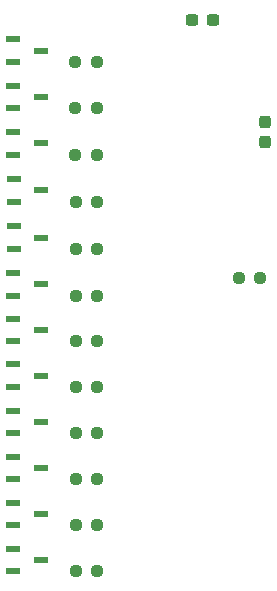
<source format=gbp>
%TF.GenerationSoftware,KiCad,Pcbnew,(6.0.11)*%
%TF.CreationDate,2023-07-31T18:46:05+10:00*%
%TF.ProjectId,LVBMS_A_Sample_R2,4c56424d-535f-4415-9f53-616d706c655f,1*%
%TF.SameCoordinates,Original*%
%TF.FileFunction,Paste,Bot*%
%TF.FilePolarity,Positive*%
%FSLAX46Y46*%
G04 Gerber Fmt 4.6, Leading zero omitted, Abs format (unit mm)*
G04 Created by KiCad (PCBNEW (6.0.11)) date 2023-07-31 18:46:05*
%MOMM*%
%LPD*%
G01*
G04 APERTURE LIST*
G04 Aperture macros list*
%AMRoundRect*
0 Rectangle with rounded corners*
0 $1 Rounding radius*
0 $2 $3 $4 $5 $6 $7 $8 $9 X,Y pos of 4 corners*
0 Add a 4 corners polygon primitive as box body*
4,1,4,$2,$3,$4,$5,$6,$7,$8,$9,$2,$3,0*
0 Add four circle primitives for the rounded corners*
1,1,$1+$1,$2,$3*
1,1,$1+$1,$4,$5*
1,1,$1+$1,$6,$7*
1,1,$1+$1,$8,$9*
0 Add four rect primitives between the rounded corners*
20,1,$1+$1,$2,$3,$4,$5,0*
20,1,$1+$1,$4,$5,$6,$7,0*
20,1,$1+$1,$6,$7,$8,$9,0*
20,1,$1+$1,$8,$9,$2,$3,0*%
G04 Aperture macros list end*
%ADD10R,1.150000X0.600000*%
%ADD11RoundRect,0.237500X0.250000X0.237500X-0.250000X0.237500X-0.250000X-0.237500X0.250000X-0.237500X0*%
%ADD12RoundRect,0.237500X-0.300000X-0.237500X0.300000X-0.237500X0.300000X0.237500X-0.300000X0.237500X0*%
%ADD13RoundRect,0.237500X0.237500X-0.300000X0.237500X0.300000X-0.237500X0.300000X-0.237500X-0.300000X0*%
G04 APERTURE END LIST*
D10*
%TO.C,Q14*%
X132308600Y-114498200D03*
X132308600Y-112598200D03*
X134608600Y-113548200D03*
%TD*%
D11*
%TO.C,R25*%
X139400300Y-102814200D03*
X137575300Y-102814200D03*
%TD*%
%TO.C,R22*%
X139400300Y-91155600D03*
X137575300Y-91155600D03*
%TD*%
%TO.C,R18*%
X139409100Y-83205400D03*
X137584100Y-83205400D03*
%TD*%
D10*
%TO.C,Q3*%
X132301600Y-71358800D03*
X132301600Y-69458800D03*
X134601600Y-70408800D03*
%TD*%
%TO.C,Q6*%
X132317400Y-83205400D03*
X132317400Y-81305400D03*
X134617400Y-82255400D03*
%TD*%
D11*
%TO.C,R16*%
X139369700Y-79217600D03*
X137544700Y-79217600D03*
%TD*%
%TO.C,R14*%
X139367900Y-75306000D03*
X137542900Y-75306000D03*
%TD*%
D10*
%TO.C,Q11*%
X132308600Y-102814200D03*
X132308600Y-100914200D03*
X134608600Y-101864200D03*
%TD*%
D11*
%TO.C,R27*%
X139400300Y-110586600D03*
X137575300Y-110586600D03*
%TD*%
D10*
%TO.C,Q13*%
X132308600Y-110586600D03*
X132308600Y-108686600D03*
X134608600Y-109636600D03*
%TD*%
D11*
%TO.C,R20*%
X139418700Y-87172800D03*
X137593700Y-87172800D03*
%TD*%
D10*
%TO.C,Q8*%
X132308600Y-91155600D03*
X132308600Y-89255600D03*
X134608600Y-90205600D03*
%TD*%
%TO.C,Q7*%
X132327000Y-87193200D03*
X132327000Y-85293200D03*
X134627000Y-86243200D03*
%TD*%
D11*
%TO.C,R24*%
X139400300Y-98877200D03*
X137575300Y-98877200D03*
%TD*%
%TO.C,R28*%
X139400300Y-114498200D03*
X137575300Y-114498200D03*
%TD*%
D12*
%TO.C,C18*%
X147448100Y-67792600D03*
X149173100Y-67792600D03*
%TD*%
D13*
%TO.C,C1*%
X153593800Y-78180100D03*
X153593800Y-76455100D03*
%TD*%
D10*
%TO.C,Q4*%
X132301600Y-75306000D03*
X132301600Y-73406000D03*
X134601600Y-74356000D03*
%TD*%
D11*
%TO.C,R9*%
X153219600Y-89651400D03*
X151394600Y-89651400D03*
%TD*%
D10*
%TO.C,Q10*%
X132308600Y-98877200D03*
X132308600Y-96977200D03*
X134608600Y-97927200D03*
%TD*%
D11*
%TO.C,R23*%
X139400300Y-95016400D03*
X137575300Y-95016400D03*
%TD*%
D10*
%TO.C,Q5*%
X132303400Y-79217600D03*
X132303400Y-77317600D03*
X134603400Y-78267600D03*
%TD*%
D11*
%TO.C,R26*%
X139400300Y-106700400D03*
X137575300Y-106700400D03*
%TD*%
D10*
%TO.C,Q12*%
X132308600Y-106700400D03*
X132308600Y-104800400D03*
X134608600Y-105750400D03*
%TD*%
D11*
%TO.C,R12*%
X139367900Y-71358800D03*
X137542900Y-71358800D03*
%TD*%
D10*
%TO.C,Q9*%
X132308600Y-95016400D03*
X132308600Y-93116400D03*
X134608600Y-94066400D03*
%TD*%
M02*

</source>
